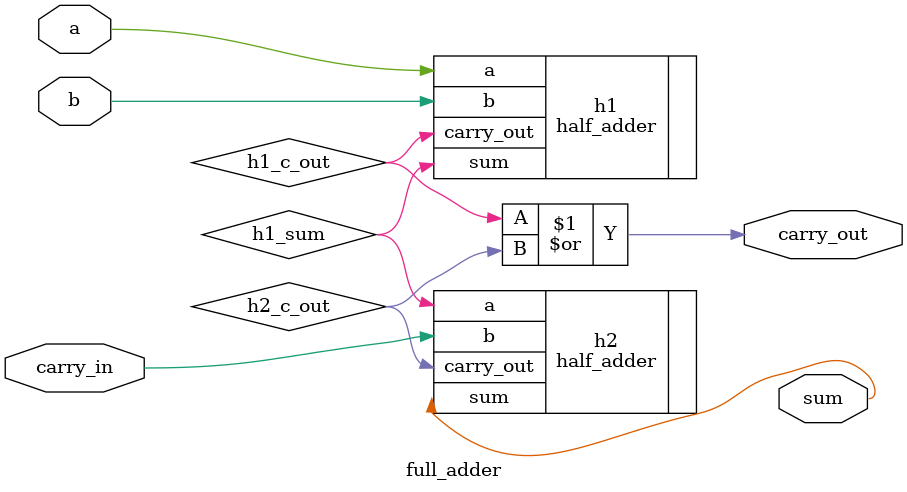
<source format=v>
`timescale 1ns / 1ps

module full_adder(
        input a,
        input b,
        input carry_in,
        output sum,
        output carry_out
    );
    
    wire h1_c_out, h1_sum;
    wire h2_c_out;
    
    half_adder h1 (.a(a), .b(b), .sum(h1_sum), .carry_out(h1_c_out));
    half_adder h2 (.a(h1_sum), .b(carry_in), .carry_out(h2_c_out), .sum(sum));
    
    or (carry_out, h1_c_out, h2_c_out);
    
    
endmodule

</source>
